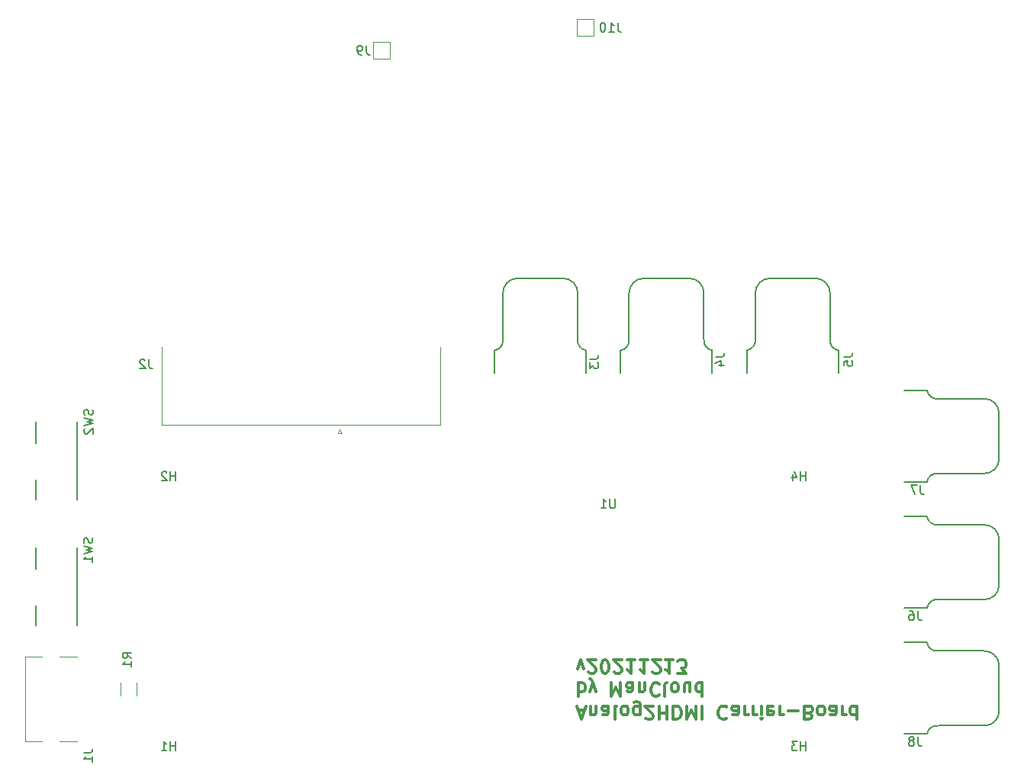
<source format=gbr>
%TF.GenerationSoftware,KiCad,Pcbnew,(5.1.10)-1*%
%TF.CreationDate,2021-12-13T12:24:24+01:00*%
%TF.ProjectId,Analog2HDMI_panel,416e616c-6f67-4324-9844-4d495f70616e,rev?*%
%TF.SameCoordinates,Original*%
%TF.FileFunction,Legend,Bot*%
%TF.FilePolarity,Positive*%
%FSLAX46Y46*%
G04 Gerber Fmt 4.6, Leading zero omitted, Abs format (unit mm)*
G04 Created by KiCad (PCBNEW (5.1.10)-1) date 2021-12-13 12:24:24*
%MOMM*%
%LPD*%
G01*
G04 APERTURE LIST*
%ADD10C,0.300000*%
%ADD11C,0.120000*%
%ADD12C,0.127000*%
%ADD13C,0.150000*%
G04 APERTURE END LIST*
D10*
X160480714Y-143800000D02*
X161195000Y-143800000D01*
X160337857Y-143371428D02*
X160837857Y-144871428D01*
X161337857Y-143371428D01*
X161837857Y-144371428D02*
X161837857Y-143371428D01*
X161837857Y-144228571D02*
X161909285Y-144300000D01*
X162052142Y-144371428D01*
X162266428Y-144371428D01*
X162409285Y-144300000D01*
X162480714Y-144157142D01*
X162480714Y-143371428D01*
X163837857Y-143371428D02*
X163837857Y-144157142D01*
X163766428Y-144300000D01*
X163623571Y-144371428D01*
X163337857Y-144371428D01*
X163195000Y-144300000D01*
X163837857Y-143442857D02*
X163695000Y-143371428D01*
X163337857Y-143371428D01*
X163195000Y-143442857D01*
X163123571Y-143585714D01*
X163123571Y-143728571D01*
X163195000Y-143871428D01*
X163337857Y-143942857D01*
X163695000Y-143942857D01*
X163837857Y-144014285D01*
X164766428Y-143371428D02*
X164623571Y-143442857D01*
X164552142Y-143585714D01*
X164552142Y-144871428D01*
X165552142Y-143371428D02*
X165409285Y-143442857D01*
X165337857Y-143514285D01*
X165266428Y-143657142D01*
X165266428Y-144085714D01*
X165337857Y-144228571D01*
X165409285Y-144300000D01*
X165552142Y-144371428D01*
X165766428Y-144371428D01*
X165909285Y-144300000D01*
X165980714Y-144228571D01*
X166052142Y-144085714D01*
X166052142Y-143657142D01*
X165980714Y-143514285D01*
X165909285Y-143442857D01*
X165766428Y-143371428D01*
X165552142Y-143371428D01*
X167337857Y-144371428D02*
X167337857Y-143157142D01*
X167266428Y-143014285D01*
X167195000Y-142942857D01*
X167052142Y-142871428D01*
X166837857Y-142871428D01*
X166695000Y-142942857D01*
X167337857Y-143442857D02*
X167195000Y-143371428D01*
X166909285Y-143371428D01*
X166766428Y-143442857D01*
X166695000Y-143514285D01*
X166623571Y-143657142D01*
X166623571Y-144085714D01*
X166695000Y-144228571D01*
X166766428Y-144300000D01*
X166909285Y-144371428D01*
X167195000Y-144371428D01*
X167337857Y-144300000D01*
X167980714Y-144728571D02*
X168052142Y-144800000D01*
X168195000Y-144871428D01*
X168552142Y-144871428D01*
X168695000Y-144800000D01*
X168766428Y-144728571D01*
X168837857Y-144585714D01*
X168837857Y-144442857D01*
X168766428Y-144228571D01*
X167909285Y-143371428D01*
X168837857Y-143371428D01*
X169480714Y-143371428D02*
X169480714Y-144871428D01*
X169480714Y-144157142D02*
X170337857Y-144157142D01*
X170337857Y-143371428D02*
X170337857Y-144871428D01*
X171052142Y-143371428D02*
X171052142Y-144871428D01*
X171409285Y-144871428D01*
X171623571Y-144800000D01*
X171766428Y-144657142D01*
X171837857Y-144514285D01*
X171909285Y-144228571D01*
X171909285Y-144014285D01*
X171837857Y-143728571D01*
X171766428Y-143585714D01*
X171623571Y-143442857D01*
X171409285Y-143371428D01*
X171052142Y-143371428D01*
X172552142Y-143371428D02*
X172552142Y-144871428D01*
X173052142Y-143800000D01*
X173552142Y-144871428D01*
X173552142Y-143371428D01*
X174266428Y-143371428D02*
X174266428Y-144871428D01*
X176980714Y-143514285D02*
X176909285Y-143442857D01*
X176695000Y-143371428D01*
X176552142Y-143371428D01*
X176337857Y-143442857D01*
X176195000Y-143585714D01*
X176123571Y-143728571D01*
X176052142Y-144014285D01*
X176052142Y-144228571D01*
X176123571Y-144514285D01*
X176195000Y-144657142D01*
X176337857Y-144800000D01*
X176552142Y-144871428D01*
X176695000Y-144871428D01*
X176909285Y-144800000D01*
X176980714Y-144728571D01*
X178266428Y-143371428D02*
X178266428Y-144157142D01*
X178195000Y-144300000D01*
X178052142Y-144371428D01*
X177766428Y-144371428D01*
X177623571Y-144300000D01*
X178266428Y-143442857D02*
X178123571Y-143371428D01*
X177766428Y-143371428D01*
X177623571Y-143442857D01*
X177552142Y-143585714D01*
X177552142Y-143728571D01*
X177623571Y-143871428D01*
X177766428Y-143942857D01*
X178123571Y-143942857D01*
X178266428Y-144014285D01*
X178980714Y-143371428D02*
X178980714Y-144371428D01*
X178980714Y-144085714D02*
X179052142Y-144228571D01*
X179123571Y-144300000D01*
X179266428Y-144371428D01*
X179409285Y-144371428D01*
X179909285Y-143371428D02*
X179909285Y-144371428D01*
X179909285Y-144085714D02*
X179980714Y-144228571D01*
X180052142Y-144300000D01*
X180195000Y-144371428D01*
X180337857Y-144371428D01*
X180837857Y-143371428D02*
X180837857Y-144371428D01*
X180837857Y-144871428D02*
X180766428Y-144800000D01*
X180837857Y-144728571D01*
X180909285Y-144800000D01*
X180837857Y-144871428D01*
X180837857Y-144728571D01*
X182123571Y-143442857D02*
X181980714Y-143371428D01*
X181695000Y-143371428D01*
X181552142Y-143442857D01*
X181480714Y-143585714D01*
X181480714Y-144157142D01*
X181552142Y-144300000D01*
X181695000Y-144371428D01*
X181980714Y-144371428D01*
X182123571Y-144300000D01*
X182195000Y-144157142D01*
X182195000Y-144014285D01*
X181480714Y-143871428D01*
X182837857Y-143371428D02*
X182837857Y-144371428D01*
X182837857Y-144085714D02*
X182909285Y-144228571D01*
X182980714Y-144300000D01*
X183123571Y-144371428D01*
X183266428Y-144371428D01*
X183766428Y-143942857D02*
X184909285Y-143942857D01*
X186123571Y-144157142D02*
X186337857Y-144085714D01*
X186409285Y-144014285D01*
X186480714Y-143871428D01*
X186480714Y-143657142D01*
X186409285Y-143514285D01*
X186337857Y-143442857D01*
X186195000Y-143371428D01*
X185623571Y-143371428D01*
X185623571Y-144871428D01*
X186123571Y-144871428D01*
X186266428Y-144800000D01*
X186337857Y-144728571D01*
X186409285Y-144585714D01*
X186409285Y-144442857D01*
X186337857Y-144300000D01*
X186266428Y-144228571D01*
X186123571Y-144157142D01*
X185623571Y-144157142D01*
X187337857Y-143371428D02*
X187195000Y-143442857D01*
X187123571Y-143514285D01*
X187052142Y-143657142D01*
X187052142Y-144085714D01*
X187123571Y-144228571D01*
X187195000Y-144300000D01*
X187337857Y-144371428D01*
X187552142Y-144371428D01*
X187695000Y-144300000D01*
X187766428Y-144228571D01*
X187837857Y-144085714D01*
X187837857Y-143657142D01*
X187766428Y-143514285D01*
X187695000Y-143442857D01*
X187552142Y-143371428D01*
X187337857Y-143371428D01*
X189123571Y-143371428D02*
X189123571Y-144157142D01*
X189052142Y-144300000D01*
X188909285Y-144371428D01*
X188623571Y-144371428D01*
X188480714Y-144300000D01*
X189123571Y-143442857D02*
X188980714Y-143371428D01*
X188623571Y-143371428D01*
X188480714Y-143442857D01*
X188409285Y-143585714D01*
X188409285Y-143728571D01*
X188480714Y-143871428D01*
X188623571Y-143942857D01*
X188980714Y-143942857D01*
X189123571Y-144014285D01*
X189837857Y-143371428D02*
X189837857Y-144371428D01*
X189837857Y-144085714D02*
X189909285Y-144228571D01*
X189980714Y-144300000D01*
X190123571Y-144371428D01*
X190266428Y-144371428D01*
X191409285Y-143371428D02*
X191409285Y-144871428D01*
X191409285Y-143442857D02*
X191266428Y-143371428D01*
X190980714Y-143371428D01*
X190837857Y-143442857D01*
X190766428Y-143514285D01*
X190695000Y-143657142D01*
X190695000Y-144085714D01*
X190766428Y-144228571D01*
X190837857Y-144300000D01*
X190980714Y-144371428D01*
X191266428Y-144371428D01*
X191409285Y-144300000D01*
X160552142Y-140821428D02*
X160552142Y-142321428D01*
X160552142Y-141750000D02*
X160695000Y-141821428D01*
X160980714Y-141821428D01*
X161123571Y-141750000D01*
X161195000Y-141678571D01*
X161266428Y-141535714D01*
X161266428Y-141107142D01*
X161195000Y-140964285D01*
X161123571Y-140892857D01*
X160980714Y-140821428D01*
X160695000Y-140821428D01*
X160552142Y-140892857D01*
X161766428Y-141821428D02*
X162123571Y-140821428D01*
X162480714Y-141821428D02*
X162123571Y-140821428D01*
X161980714Y-140464285D01*
X161909285Y-140392857D01*
X161766428Y-140321428D01*
X164195000Y-140821428D02*
X164195000Y-142321428D01*
X164695000Y-141250000D01*
X165195000Y-142321428D01*
X165195000Y-140821428D01*
X166552142Y-140821428D02*
X166552142Y-141607142D01*
X166480714Y-141750000D01*
X166337857Y-141821428D01*
X166052142Y-141821428D01*
X165909285Y-141750000D01*
X166552142Y-140892857D02*
X166409285Y-140821428D01*
X166052142Y-140821428D01*
X165909285Y-140892857D01*
X165837857Y-141035714D01*
X165837857Y-141178571D01*
X165909285Y-141321428D01*
X166052142Y-141392857D01*
X166409285Y-141392857D01*
X166552142Y-141464285D01*
X167266428Y-141821428D02*
X167266428Y-140821428D01*
X167266428Y-141678571D02*
X167337857Y-141750000D01*
X167480714Y-141821428D01*
X167695000Y-141821428D01*
X167837857Y-141750000D01*
X167909285Y-141607142D01*
X167909285Y-140821428D01*
X169480714Y-140964285D02*
X169409285Y-140892857D01*
X169195000Y-140821428D01*
X169052142Y-140821428D01*
X168837857Y-140892857D01*
X168695000Y-141035714D01*
X168623571Y-141178571D01*
X168552142Y-141464285D01*
X168552142Y-141678571D01*
X168623571Y-141964285D01*
X168695000Y-142107142D01*
X168837857Y-142250000D01*
X169052142Y-142321428D01*
X169195000Y-142321428D01*
X169409285Y-142250000D01*
X169480714Y-142178571D01*
X170337857Y-140821428D02*
X170195000Y-140892857D01*
X170123571Y-141035714D01*
X170123571Y-142321428D01*
X171123571Y-140821428D02*
X170980714Y-140892857D01*
X170909285Y-140964285D01*
X170837857Y-141107142D01*
X170837857Y-141535714D01*
X170909285Y-141678571D01*
X170980714Y-141750000D01*
X171123571Y-141821428D01*
X171337857Y-141821428D01*
X171480714Y-141750000D01*
X171552142Y-141678571D01*
X171623571Y-141535714D01*
X171623571Y-141107142D01*
X171552142Y-140964285D01*
X171480714Y-140892857D01*
X171337857Y-140821428D01*
X171123571Y-140821428D01*
X172909285Y-141821428D02*
X172909285Y-140821428D01*
X172266428Y-141821428D02*
X172266428Y-141035714D01*
X172337857Y-140892857D01*
X172480714Y-140821428D01*
X172695000Y-140821428D01*
X172837857Y-140892857D01*
X172909285Y-140964285D01*
X174266428Y-140821428D02*
X174266428Y-142321428D01*
X174266428Y-140892857D02*
X174123571Y-140821428D01*
X173837857Y-140821428D01*
X173695000Y-140892857D01*
X173623571Y-140964285D01*
X173552142Y-141107142D01*
X173552142Y-141535714D01*
X173623571Y-141678571D01*
X173695000Y-141750000D01*
X173837857Y-141821428D01*
X174123571Y-141821428D01*
X174266428Y-141750000D01*
X160409285Y-139271428D02*
X160766428Y-138271428D01*
X161123571Y-139271428D01*
X161623571Y-139628571D02*
X161695000Y-139700000D01*
X161837857Y-139771428D01*
X162195000Y-139771428D01*
X162337857Y-139700000D01*
X162409285Y-139628571D01*
X162480714Y-139485714D01*
X162480714Y-139342857D01*
X162409285Y-139128571D01*
X161552142Y-138271428D01*
X162480714Y-138271428D01*
X163409285Y-139771428D02*
X163552142Y-139771428D01*
X163695000Y-139700000D01*
X163766428Y-139628571D01*
X163837857Y-139485714D01*
X163909285Y-139200000D01*
X163909285Y-138842857D01*
X163837857Y-138557142D01*
X163766428Y-138414285D01*
X163695000Y-138342857D01*
X163552142Y-138271428D01*
X163409285Y-138271428D01*
X163266428Y-138342857D01*
X163195000Y-138414285D01*
X163123571Y-138557142D01*
X163052142Y-138842857D01*
X163052142Y-139200000D01*
X163123571Y-139485714D01*
X163195000Y-139628571D01*
X163266428Y-139700000D01*
X163409285Y-139771428D01*
X164480714Y-139628571D02*
X164552142Y-139700000D01*
X164695000Y-139771428D01*
X165052142Y-139771428D01*
X165195000Y-139700000D01*
X165266428Y-139628571D01*
X165337857Y-139485714D01*
X165337857Y-139342857D01*
X165266428Y-139128571D01*
X164409285Y-138271428D01*
X165337857Y-138271428D01*
X166766428Y-138271428D02*
X165909285Y-138271428D01*
X166337857Y-138271428D02*
X166337857Y-139771428D01*
X166195000Y-139557142D01*
X166052142Y-139414285D01*
X165909285Y-139342857D01*
X168195000Y-138271428D02*
X167337857Y-138271428D01*
X167766428Y-138271428D02*
X167766428Y-139771428D01*
X167623571Y-139557142D01*
X167480714Y-139414285D01*
X167337857Y-139342857D01*
X168766428Y-139628571D02*
X168837857Y-139700000D01*
X168980714Y-139771428D01*
X169337857Y-139771428D01*
X169480714Y-139700000D01*
X169552142Y-139628571D01*
X169623571Y-139485714D01*
X169623571Y-139342857D01*
X169552142Y-139128571D01*
X168695000Y-138271428D01*
X169623571Y-138271428D01*
X171052142Y-138271428D02*
X170195000Y-138271428D01*
X170623571Y-138271428D02*
X170623571Y-139771428D01*
X170480714Y-139557142D01*
X170337857Y-139414285D01*
X170195000Y-139342857D01*
X171552142Y-139771428D02*
X172480714Y-139771428D01*
X171980714Y-139200000D01*
X172195000Y-139200000D01*
X172337857Y-139128571D01*
X172409285Y-139057142D01*
X172480714Y-138914285D01*
X172480714Y-138557142D01*
X172409285Y-138414285D01*
X172337857Y-138342857D01*
X172195000Y-138271428D01*
X171766428Y-138271428D01*
X171623571Y-138342857D01*
X171552142Y-138414285D01*
D11*
%TO.C,J2*%
X134060000Y-112631325D02*
X133810000Y-113064338D01*
X134310000Y-113064338D02*
X134060000Y-112631325D01*
X133810000Y-113064338D02*
X134310000Y-113064338D01*
X145230000Y-112170000D02*
X145230000Y-103570000D01*
X114260000Y-112170000D02*
X145230000Y-112170000D01*
X114260000Y-103570000D02*
X114260000Y-112170000D01*
%TO.C,R1*%
X111540000Y-140760436D02*
X111540000Y-142214564D01*
X109720000Y-140760436D02*
X109720000Y-142214564D01*
D12*
%TO.C,J3*%
X160445000Y-102630000D02*
X160445000Y-97550000D01*
X158835000Y-95900000D02*
X153755000Y-95900000D01*
X152145000Y-97550000D02*
X152145000Y-102630000D01*
X161375000Y-106440000D02*
X161375000Y-103900000D01*
X151215000Y-106440000D02*
X151215000Y-103900000D01*
X161375000Y-103900000D02*
G75*
G02*
X160445000Y-102630000I170000J1100000D01*
G01*
X152145000Y-102630000D02*
G75*
G02*
X151215000Y-103900000I-1100000J-170000D01*
G01*
X153755000Y-95900000D02*
G75*
G03*
X152145000Y-97550000I20000J-1630000D01*
G01*
X160445000Y-97550000D02*
G75*
G03*
X158835000Y-95900000I-1630000J20000D01*
G01*
%TO.C,J4*%
X174445000Y-102630000D02*
X174445000Y-97550000D01*
X172835000Y-95900000D02*
X167755000Y-95900000D01*
X166145000Y-97550000D02*
X166145000Y-102630000D01*
X175375000Y-106440000D02*
X175375000Y-103900000D01*
X165215000Y-106440000D02*
X165215000Y-103900000D01*
X174445000Y-97550000D02*
G75*
G03*
X172835000Y-95900000I-1630000J20000D01*
G01*
X167755000Y-95900000D02*
G75*
G03*
X166145000Y-97550000I20000J-1630000D01*
G01*
X166145000Y-102630000D02*
G75*
G02*
X165215000Y-103900000I-1100000J-170000D01*
G01*
X175375000Y-103900000D02*
G75*
G02*
X174445000Y-102630000I170000J1100000D01*
G01*
%TO.C,J5*%
X179215000Y-106440000D02*
X179215000Y-103900000D01*
X189375000Y-106440000D02*
X189375000Y-103900000D01*
X180145000Y-97550000D02*
X180145000Y-102630000D01*
X186835000Y-95900000D02*
X181755000Y-95900000D01*
X188445000Y-102630000D02*
X188445000Y-97550000D01*
X189375000Y-103900000D02*
G75*
G02*
X188445000Y-102630000I170000J1100000D01*
G01*
X180145000Y-102630000D02*
G75*
G02*
X179215000Y-103900000I-1100000J-170000D01*
G01*
X181755000Y-95900000D02*
G75*
G03*
X180145000Y-97550000I20000J-1630000D01*
G01*
X188445000Y-97550000D02*
G75*
G03*
X186835000Y-95900000I-1630000J20000D01*
G01*
%TO.C,J6*%
X196665000Y-122335000D02*
X199205000Y-122335000D01*
X196665000Y-132495000D02*
X199205000Y-132495000D01*
X205555000Y-123265000D02*
X200475000Y-123265000D01*
X207205000Y-129955000D02*
X207205000Y-124875000D01*
X200475000Y-131565000D02*
X205555000Y-131565000D01*
X199205000Y-132495000D02*
G75*
G02*
X200475000Y-131565000I1100000J-170000D01*
G01*
X200475000Y-123265000D02*
G75*
G02*
X199205000Y-122335000I-170000J1100000D01*
G01*
X207205000Y-124875000D02*
G75*
G03*
X205555000Y-123265000I-1630000J-20000D01*
G01*
X205555000Y-131565000D02*
G75*
G03*
X207205000Y-129955000I20000J1630000D01*
G01*
%TO.C,J7*%
X200475000Y-117565000D02*
X205555000Y-117565000D01*
X207205000Y-115955000D02*
X207205000Y-110875000D01*
X205555000Y-109265000D02*
X200475000Y-109265000D01*
X196665000Y-118495000D02*
X199205000Y-118495000D01*
X196665000Y-108335000D02*
X199205000Y-108335000D01*
X199205000Y-118495000D02*
G75*
G02*
X200475000Y-117565000I1100000J-170000D01*
G01*
X200475000Y-109265000D02*
G75*
G02*
X199205000Y-108335000I-170000J1100000D01*
G01*
X207205000Y-110875000D02*
G75*
G03*
X205555000Y-109265000I-1630000J-20000D01*
G01*
X205555000Y-117565000D02*
G75*
G03*
X207205000Y-115955000I20000J1630000D01*
G01*
%TO.C,J8*%
X196665000Y-136335000D02*
X199205000Y-136335000D01*
X196665000Y-146495000D02*
X199205000Y-146495000D01*
X205555000Y-137265000D02*
X200475000Y-137265000D01*
X207205000Y-143955000D02*
X207205000Y-138875000D01*
X200475000Y-145565000D02*
X205555000Y-145565000D01*
X205555000Y-145565000D02*
G75*
G03*
X207205000Y-143955000I20000J1630000D01*
G01*
X207205000Y-138875000D02*
G75*
G03*
X205555000Y-137265000I-1630000J-20000D01*
G01*
X200475000Y-137265000D02*
G75*
G02*
X199205000Y-136335000I-170000J1100000D01*
G01*
X199205000Y-146495000D02*
G75*
G02*
X200475000Y-145565000I1100000J-170000D01*
G01*
D11*
%TO.C,J1*%
X101010000Y-147265000D02*
X99110000Y-147265000D01*
X104910000Y-147265000D02*
X102910000Y-147265000D01*
X101010000Y-137865000D02*
X99110000Y-137865000D01*
X104910000Y-137865000D02*
X102910000Y-137865000D01*
X99110000Y-147265000D02*
X99110000Y-137865000D01*
D13*
%TO.C,SW1*%
X104916000Y-134434000D02*
X104916000Y-125834000D01*
X100316000Y-134434000D02*
X100316000Y-132234000D01*
X100316000Y-128134000D02*
X100316000Y-125834000D01*
%TO.C,SW2*%
X104916000Y-120464000D02*
X104916000Y-111864000D01*
X100316000Y-120464000D02*
X100316000Y-118264000D01*
X100316000Y-114164000D02*
X100316000Y-111864000D01*
D11*
%TO.C,J10*%
X160340000Y-69022000D02*
X162240000Y-69022000D01*
X162240000Y-69022000D02*
X162240000Y-67122000D01*
X162240000Y-67122000D02*
X160340000Y-67122000D01*
X160340000Y-67122000D02*
X160340000Y-69022000D01*
%TO.C,J9*%
X137734000Y-71562000D02*
X139634000Y-71562000D01*
X139634000Y-71562000D02*
X139634000Y-69662000D01*
X139634000Y-69662000D02*
X137734000Y-69662000D01*
X137734000Y-69662000D02*
X137734000Y-71562000D01*
%TO.C,H4*%
D13*
X185761904Y-118362380D02*
X185761904Y-117362380D01*
X185761904Y-117838571D02*
X185190476Y-117838571D01*
X185190476Y-118362380D02*
X185190476Y-117362380D01*
X184285714Y-117695714D02*
X184285714Y-118362380D01*
X184523809Y-117314761D02*
X184761904Y-118029047D01*
X184142857Y-118029047D01*
%TO.C,H1*%
X115823904Y-148334380D02*
X115823904Y-147334380D01*
X115823904Y-147810571D02*
X115252476Y-147810571D01*
X115252476Y-148334380D02*
X115252476Y-147334380D01*
X114252476Y-148334380D02*
X114823904Y-148334380D01*
X114538190Y-148334380D02*
X114538190Y-147334380D01*
X114633428Y-147477238D01*
X114728666Y-147572476D01*
X114823904Y-147620095D01*
%TO.C,H2*%
X115823904Y-118362380D02*
X115823904Y-117362380D01*
X115823904Y-117838571D02*
X115252476Y-117838571D01*
X115252476Y-118362380D02*
X115252476Y-117362380D01*
X114823904Y-117457619D02*
X114776285Y-117410000D01*
X114681047Y-117362380D01*
X114442952Y-117362380D01*
X114347714Y-117410000D01*
X114300095Y-117457619D01*
X114252476Y-117552857D01*
X114252476Y-117648095D01*
X114300095Y-117790952D01*
X114871523Y-118362380D01*
X114252476Y-118362380D01*
%TO.C,J2*%
X112855333Y-104916380D02*
X112855333Y-105630666D01*
X112902952Y-105773523D01*
X112998190Y-105868761D01*
X113141047Y-105916380D01*
X113236285Y-105916380D01*
X112426761Y-105011619D02*
X112379142Y-104964000D01*
X112283904Y-104916380D01*
X112045809Y-104916380D01*
X111950571Y-104964000D01*
X111902952Y-105011619D01*
X111855333Y-105106857D01*
X111855333Y-105202095D01*
X111902952Y-105344952D01*
X112474380Y-105916380D01*
X111855333Y-105916380D01*
%TO.C,R1*%
X110942380Y-138063333D02*
X110466190Y-137730000D01*
X110942380Y-137491904D02*
X109942380Y-137491904D01*
X109942380Y-137872857D01*
X109990000Y-137968095D01*
X110037619Y-138015714D01*
X110132857Y-138063333D01*
X110275714Y-138063333D01*
X110370952Y-138015714D01*
X110418571Y-137968095D01*
X110466190Y-137872857D01*
X110466190Y-137491904D01*
X110942380Y-139015714D02*
X110942380Y-138444285D01*
X110942380Y-138730000D02*
X109942380Y-138730000D01*
X110085238Y-138634761D01*
X110180476Y-138539523D01*
X110228095Y-138444285D01*
%TO.C,J3*%
X161758380Y-104876666D02*
X162472666Y-104876666D01*
X162615523Y-104829047D01*
X162710761Y-104733809D01*
X162758380Y-104590952D01*
X162758380Y-104495714D01*
X161758380Y-105257619D02*
X161758380Y-105876666D01*
X162139333Y-105543333D01*
X162139333Y-105686190D01*
X162186952Y-105781428D01*
X162234571Y-105829047D01*
X162329809Y-105876666D01*
X162567904Y-105876666D01*
X162663142Y-105829047D01*
X162710761Y-105781428D01*
X162758380Y-105686190D01*
X162758380Y-105400476D01*
X162710761Y-105305238D01*
X162663142Y-105257619D01*
%TO.C,J4*%
X175728380Y-104622666D02*
X176442666Y-104622666D01*
X176585523Y-104575047D01*
X176680761Y-104479809D01*
X176728380Y-104336952D01*
X176728380Y-104241714D01*
X176061714Y-105527428D02*
X176728380Y-105527428D01*
X175680761Y-105289333D02*
X176395047Y-105051238D01*
X176395047Y-105670285D01*
%TO.C,J5*%
X189952380Y-104622666D02*
X190666666Y-104622666D01*
X190809523Y-104575047D01*
X190904761Y-104479809D01*
X190952380Y-104336952D01*
X190952380Y-104241714D01*
X189952380Y-105575047D02*
X189952380Y-105098857D01*
X190428571Y-105051238D01*
X190380952Y-105098857D01*
X190333333Y-105194095D01*
X190333333Y-105432190D01*
X190380952Y-105527428D01*
X190428571Y-105575047D01*
X190523809Y-105622666D01*
X190761904Y-105622666D01*
X190857142Y-105575047D01*
X190904761Y-105527428D01*
X190952380Y-105432190D01*
X190952380Y-105194095D01*
X190904761Y-105098857D01*
X190857142Y-105051238D01*
%TO.C,H3*%
X185761904Y-148334380D02*
X185761904Y-147334380D01*
X185761904Y-147810571D02*
X185190476Y-147810571D01*
X185190476Y-148334380D02*
X185190476Y-147334380D01*
X184809523Y-147334380D02*
X184190476Y-147334380D01*
X184523809Y-147715333D01*
X184380952Y-147715333D01*
X184285714Y-147762952D01*
X184238095Y-147810571D01*
X184190476Y-147905809D01*
X184190476Y-148143904D01*
X184238095Y-148239142D01*
X184285714Y-148286761D01*
X184380952Y-148334380D01*
X184666666Y-148334380D01*
X184761904Y-148286761D01*
X184809523Y-148239142D01*
%TO.C,U1*%
X164591904Y-120410380D02*
X164591904Y-121219904D01*
X164544285Y-121315142D01*
X164496666Y-121362761D01*
X164401428Y-121410380D01*
X164210952Y-121410380D01*
X164115714Y-121362761D01*
X164068095Y-121315142D01*
X164020476Y-121219904D01*
X164020476Y-120410380D01*
X163020476Y-121410380D02*
X163591904Y-121410380D01*
X163306190Y-121410380D02*
X163306190Y-120410380D01*
X163401428Y-120553238D01*
X163496666Y-120648476D01*
X163591904Y-120696095D01*
%TO.C,J6*%
X198199333Y-132856380D02*
X198199333Y-133570666D01*
X198246952Y-133713523D01*
X198342190Y-133808761D01*
X198485047Y-133856380D01*
X198580285Y-133856380D01*
X197294571Y-132856380D02*
X197485047Y-132856380D01*
X197580285Y-132904000D01*
X197627904Y-132951619D01*
X197723142Y-133094476D01*
X197770761Y-133284952D01*
X197770761Y-133665904D01*
X197723142Y-133761142D01*
X197675523Y-133808761D01*
X197580285Y-133856380D01*
X197389809Y-133856380D01*
X197294571Y-133808761D01*
X197246952Y-133761142D01*
X197199333Y-133665904D01*
X197199333Y-133427809D01*
X197246952Y-133332571D01*
X197294571Y-133284952D01*
X197389809Y-133237333D01*
X197580285Y-133237333D01*
X197675523Y-133284952D01*
X197723142Y-133332571D01*
X197770761Y-133427809D01*
%TO.C,J7*%
X198453333Y-118886380D02*
X198453333Y-119600666D01*
X198500952Y-119743523D01*
X198596190Y-119838761D01*
X198739047Y-119886380D01*
X198834285Y-119886380D01*
X198072380Y-118886380D02*
X197405714Y-118886380D01*
X197834285Y-119886380D01*
%TO.C,J8*%
X198199333Y-146826380D02*
X198199333Y-147540666D01*
X198246952Y-147683523D01*
X198342190Y-147778761D01*
X198485047Y-147826380D01*
X198580285Y-147826380D01*
X197580285Y-147254952D02*
X197675523Y-147207333D01*
X197723142Y-147159714D01*
X197770761Y-147064476D01*
X197770761Y-147016857D01*
X197723142Y-146921619D01*
X197675523Y-146874000D01*
X197580285Y-146826380D01*
X197389809Y-146826380D01*
X197294571Y-146874000D01*
X197246952Y-146921619D01*
X197199333Y-147016857D01*
X197199333Y-147064476D01*
X197246952Y-147159714D01*
X197294571Y-147207333D01*
X197389809Y-147254952D01*
X197580285Y-147254952D01*
X197675523Y-147302571D01*
X197723142Y-147350190D01*
X197770761Y-147445428D01*
X197770761Y-147635904D01*
X197723142Y-147731142D01*
X197675523Y-147778761D01*
X197580285Y-147826380D01*
X197389809Y-147826380D01*
X197294571Y-147778761D01*
X197246952Y-147731142D01*
X197199333Y-147635904D01*
X197199333Y-147445428D01*
X197246952Y-147350190D01*
X197294571Y-147302571D01*
X197389809Y-147254952D01*
%TO.C,J1*%
X105624380Y-148564666D02*
X106338666Y-148564666D01*
X106481523Y-148517047D01*
X106576761Y-148421809D01*
X106624380Y-148278952D01*
X106624380Y-148183714D01*
X106624380Y-149564666D02*
X106624380Y-148993238D01*
X106624380Y-149278952D02*
X105624380Y-149278952D01*
X105767238Y-149183714D01*
X105862476Y-149088476D01*
X105910095Y-148993238D01*
%TO.C,SW1*%
X106576761Y-124704666D02*
X106624380Y-124847523D01*
X106624380Y-125085619D01*
X106576761Y-125180857D01*
X106529142Y-125228476D01*
X106433904Y-125276095D01*
X106338666Y-125276095D01*
X106243428Y-125228476D01*
X106195809Y-125180857D01*
X106148190Y-125085619D01*
X106100571Y-124895142D01*
X106052952Y-124799904D01*
X106005333Y-124752285D01*
X105910095Y-124704666D01*
X105814857Y-124704666D01*
X105719619Y-124752285D01*
X105672000Y-124799904D01*
X105624380Y-124895142D01*
X105624380Y-125133238D01*
X105672000Y-125276095D01*
X105624380Y-125609428D02*
X106624380Y-125847523D01*
X105910095Y-126038000D01*
X106624380Y-126228476D01*
X105624380Y-126466571D01*
X106624380Y-127371333D02*
X106624380Y-126799904D01*
X106624380Y-127085619D02*
X105624380Y-127085619D01*
X105767238Y-126990380D01*
X105862476Y-126895142D01*
X105910095Y-126799904D01*
%TO.C,SW2*%
X106620761Y-110480666D02*
X106668380Y-110623523D01*
X106668380Y-110861619D01*
X106620761Y-110956857D01*
X106573142Y-111004476D01*
X106477904Y-111052095D01*
X106382666Y-111052095D01*
X106287428Y-111004476D01*
X106239809Y-110956857D01*
X106192190Y-110861619D01*
X106144571Y-110671142D01*
X106096952Y-110575904D01*
X106049333Y-110528285D01*
X105954095Y-110480666D01*
X105858857Y-110480666D01*
X105763619Y-110528285D01*
X105716000Y-110575904D01*
X105668380Y-110671142D01*
X105668380Y-110909238D01*
X105716000Y-111052095D01*
X105668380Y-111385428D02*
X106668380Y-111623523D01*
X105954095Y-111814000D01*
X106668380Y-112004476D01*
X105668380Y-112242571D01*
X105763619Y-112575904D02*
X105716000Y-112623523D01*
X105668380Y-112718761D01*
X105668380Y-112956857D01*
X105716000Y-113052095D01*
X105763619Y-113099714D01*
X105858857Y-113147333D01*
X105954095Y-113147333D01*
X106096952Y-113099714D01*
X106668380Y-112528285D01*
X106668380Y-113147333D01*
%TO.C,J10*%
X164893523Y-67524380D02*
X164893523Y-68238666D01*
X164941142Y-68381523D01*
X165036380Y-68476761D01*
X165179238Y-68524380D01*
X165274476Y-68524380D01*
X163893523Y-68524380D02*
X164464952Y-68524380D01*
X164179238Y-68524380D02*
X164179238Y-67524380D01*
X164274476Y-67667238D01*
X164369714Y-67762476D01*
X164464952Y-67810095D01*
X163274476Y-67524380D02*
X163179238Y-67524380D01*
X163084000Y-67572000D01*
X163036380Y-67619619D01*
X162988761Y-67714857D01*
X162941142Y-67905333D01*
X162941142Y-68143428D01*
X162988761Y-68333904D01*
X163036380Y-68429142D01*
X163084000Y-68476761D01*
X163179238Y-68524380D01*
X163274476Y-68524380D01*
X163369714Y-68476761D01*
X163417333Y-68429142D01*
X163464952Y-68333904D01*
X163512571Y-68143428D01*
X163512571Y-67905333D01*
X163464952Y-67714857D01*
X163417333Y-67619619D01*
X163369714Y-67572000D01*
X163274476Y-67524380D01*
%TO.C,J9*%
X136985333Y-70064380D02*
X136985333Y-70778666D01*
X137032952Y-70921523D01*
X137128190Y-71016761D01*
X137271047Y-71064380D01*
X137366285Y-71064380D01*
X136461523Y-71064380D02*
X136271047Y-71064380D01*
X136175809Y-71016761D01*
X136128190Y-70969142D01*
X136032952Y-70826285D01*
X135985333Y-70635809D01*
X135985333Y-70254857D01*
X136032952Y-70159619D01*
X136080571Y-70112000D01*
X136175809Y-70064380D01*
X136366285Y-70064380D01*
X136461523Y-70112000D01*
X136509142Y-70159619D01*
X136556761Y-70254857D01*
X136556761Y-70492952D01*
X136509142Y-70588190D01*
X136461523Y-70635809D01*
X136366285Y-70683428D01*
X136175809Y-70683428D01*
X136080571Y-70635809D01*
X136032952Y-70588190D01*
X135985333Y-70492952D01*
%TD*%
M02*

</source>
